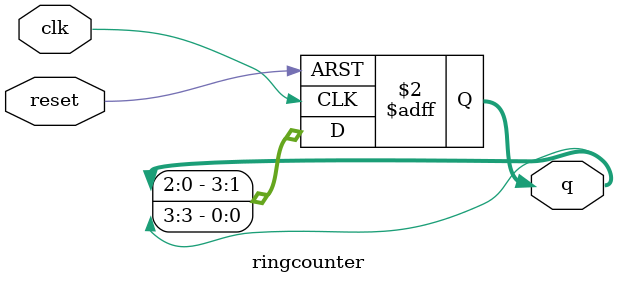
<source format=v>
module ringcounter( 
    input clk,          
    input reset,         
    output reg [3:0]q   
);
  always @(posedge clk or posedge reset) begin
    if (reset) begin
      q <= 4'b0001; 
    end else begin
      q <= {q[2:0], q[3]};
    end
  end

endmodule

</source>
